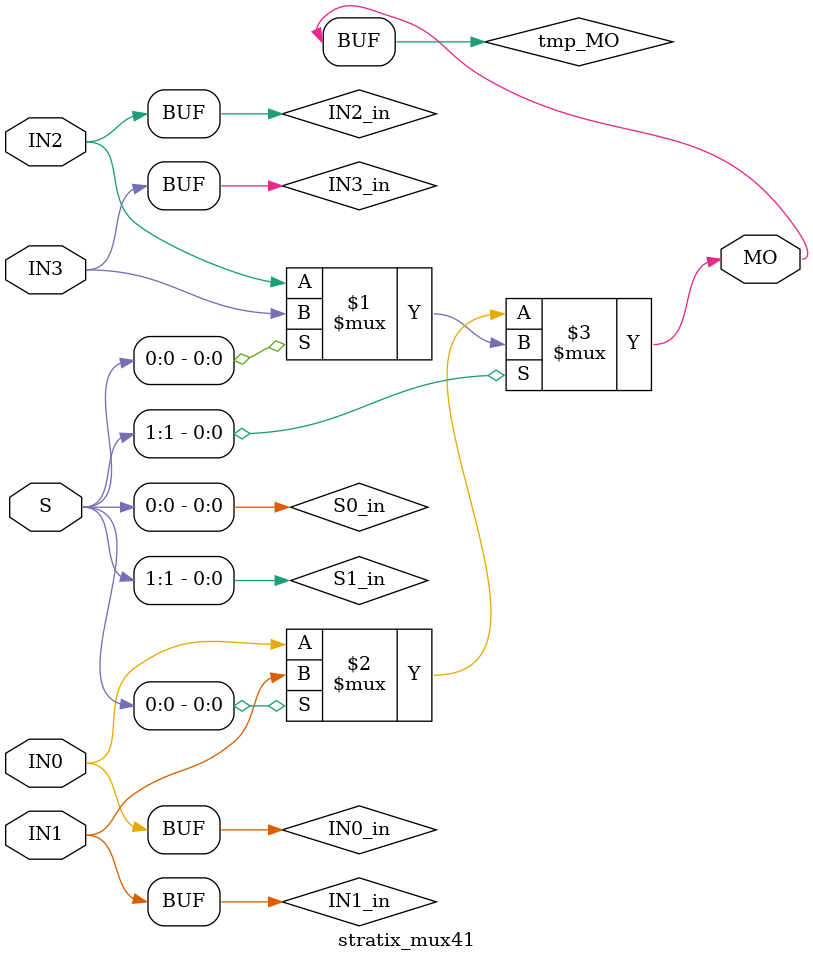
<source format=v>
module stratix_mux41 (MO, IN0, IN1, IN2, IN3, S);
   input IN0;
   input IN1;
   input IN2;
   input IN3;
   input [1:0] S;
   output MO;
   wire IN0_in;
   wire IN1_in;
   wire IN2_in;
   wire IN3_in;
   wire S1_in;
   wire S0_in;
   buf(IN0_in, IN0);
   buf(IN1_in, IN1);
   buf(IN2_in, IN2);
   buf(IN3_in, IN3);
   buf(S1_in, S[1]);
   buf(S0_in, S[0]);
   wire   tmp_MO;
   specify
      (IN0 => MO) = (0, 0);
      (IN1 => MO) = (0, 0);
      (IN2 => MO) = (0, 0);
      (IN3 => MO) = (0, 0);
      (S[1] => MO) = (0, 0);
      (S[0] => MO) = (0, 0);
   endspecify
   assign tmp_MO = S1_in ? (S0_in ? IN3_in : IN2_in) : (S0_in ? IN1_in : IN0_in);
   buf (MO, tmp_MO);
endmodule
</source>
